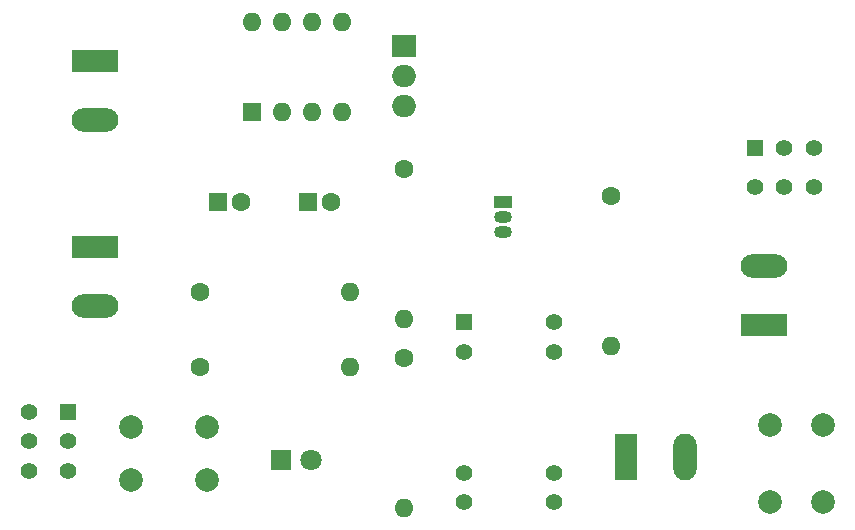
<source format=gbr>
%TF.GenerationSoftware,KiCad,Pcbnew,(5.1.10)-1*%
%TF.CreationDate,2021-10-13T19:13:19-05:00*%
%TF.ProjectId,electroporator,656c6563-7472-46f7-906f-7261746f722e,rev?*%
%TF.SameCoordinates,Original*%
%TF.FileFunction,Soldermask,Top*%
%TF.FilePolarity,Negative*%
%FSLAX46Y46*%
G04 Gerber Fmt 4.6, Leading zero omitted, Abs format (unit mm)*
G04 Created by KiCad (PCBNEW (5.1.10)-1) date 2021-10-13 19:13:19*
%MOMM*%
%LPD*%
G01*
G04 APERTURE LIST*
%ADD10O,3.960000X1.980000*%
%ADD11R,3.960000X1.980000*%
%ADD12C,2.000000*%
%ADD13C,1.400000*%
%ADD14R,1.400000X1.400000*%
%ADD15C,1.600000*%
%ADD16R,1.600000X1.600000*%
%ADD17R,1.800000X1.800000*%
%ADD18C,1.800000*%
%ADD19R,1.980000X3.960000*%
%ADD20O,1.980000X3.960000*%
%ADD21O,1.500000X1.050000*%
%ADD22R,1.500000X1.050000*%
%ADD23O,1.600000X1.600000*%
%ADD24R,2.000000X1.905000*%
%ADD25O,2.000000X1.905000*%
G04 APERTURE END LIST*
D10*
%TO.C,R3*%
X107950000Y-75612000D03*
D11*
X107950000Y-70612000D03*
%TD*%
D12*
%TO.C,SW4*%
X165100000Y-101450000D03*
X169600000Y-101450000D03*
X165100000Y-107950000D03*
X169600000Y-107950000D03*
%TD*%
D13*
%TO.C,SW3*%
X168830000Y-81278000D03*
X166330000Y-81278000D03*
X163830000Y-81278000D03*
X168830000Y-77978000D03*
X166330000Y-77978000D03*
D14*
X163830000Y-77978000D03*
%TD*%
D15*
%TO.C,C1*%
X127984000Y-82550000D03*
D16*
X125984000Y-82550000D03*
%TD*%
%TO.C,C2*%
X118364000Y-82550000D03*
D15*
X120364000Y-82550000D03*
%TD*%
D17*
%TO.C,D1*%
X123698000Y-104394000D03*
D18*
X126238000Y-104394000D03*
%TD*%
D11*
%TO.C,J1*%
X107950000Y-86360000D03*
D10*
X107950000Y-91360000D03*
%TD*%
%TO.C,J2*%
X164592000Y-87964000D03*
D11*
X164592000Y-92964000D03*
%TD*%
D19*
%TO.C,J3*%
X152908000Y-104140000D03*
D20*
X157908000Y-104140000D03*
%TD*%
D13*
%TO.C,K1*%
X146812000Y-95250000D03*
X146812000Y-105510000D03*
X139192000Y-105510000D03*
X139192000Y-95250000D03*
D14*
X139192000Y-92710000D03*
D13*
X146812000Y-107950000D03*
X139192000Y-107950000D03*
X146812000Y-92710000D03*
%TD*%
D21*
%TO.C,Q1*%
X142494000Y-83820000D03*
X142494000Y-85090000D03*
D22*
X142494000Y-82550000D03*
%TD*%
D23*
%TO.C,R1*%
X129540000Y-96520000D03*
D15*
X116840000Y-96520000D03*
%TD*%
%TO.C,R2*%
X116840000Y-90170000D03*
D23*
X129540000Y-90170000D03*
%TD*%
%TO.C,R4*%
X134112000Y-92456000D03*
D15*
X134112000Y-79756000D03*
%TD*%
%TO.C,R5*%
X134112000Y-95758000D03*
D23*
X134112000Y-108458000D03*
%TD*%
D15*
%TO.C,R6*%
X151638000Y-82042000D03*
D23*
X151638000Y-94742000D03*
%TD*%
D14*
%TO.C,SW1*%
X105664000Y-100330000D03*
D13*
X105664000Y-102830000D03*
X105664000Y-105330000D03*
X102364000Y-100330000D03*
X102364000Y-102830000D03*
X102364000Y-105330000D03*
%TD*%
D12*
%TO.C,SW2*%
X110998000Y-106100000D03*
X110998000Y-101600000D03*
X117498000Y-106100000D03*
X117498000Y-101600000D03*
%TD*%
D16*
%TO.C,U1*%
X121285000Y-74930000D03*
D23*
X128905000Y-67310000D03*
X123825000Y-74930000D03*
X126365000Y-67310000D03*
X126365000Y-74930000D03*
X123825000Y-67310000D03*
X128905000Y-74930000D03*
X121285000Y-67310000D03*
%TD*%
D24*
%TO.C,U2*%
X134112000Y-69342000D03*
D25*
X134112000Y-71882000D03*
X134112000Y-74422000D03*
%TD*%
M02*

</source>
